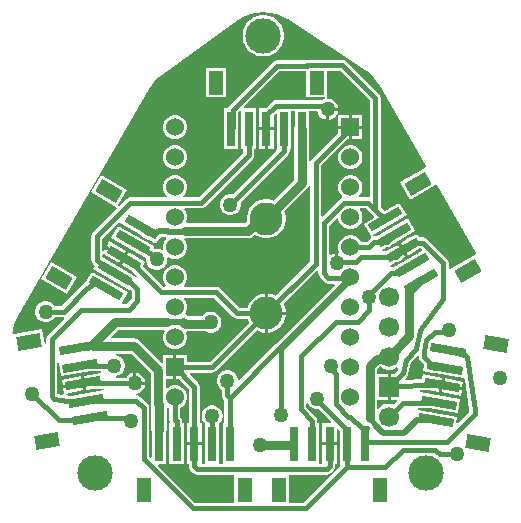
<source format=gbl>
G04*
G04 #@! TF.GenerationSoftware,Altium Limited,Altium Designer,21.6.4 (81)*
G04*
G04 Layer_Physical_Order=2*
G04 Layer_Color=16711680*
%FSLAX44Y44*%
%MOMM*%
G71*
G04*
G04 #@! TF.SameCoordinates,0AF61676-ECA7-40E5-9188-409EB156610F*
G04*
G04*
G04 #@! TF.FilePolarity,Positive*
G04*
G01*
G75*
%ADD11C,0.5080*%
%ADD17R,0.7112X2.9972*%
%ADD24C,1.2700*%
%ADD25R,1.1938X2.0066*%
%ADD26C,0.7620*%
%ADD27C,0.4064*%
%ADD28C,1.5240*%
%ADD29R,1.5240X1.5240*%
%ADD30C,2.8000*%
%ADD31C,1.7000*%
%ADD32R,1.7000X1.7000*%
%ADD33C,3.0000*%
G04:AMPARAMS|DCode=34|XSize=0.7112mm|YSize=2.9972mm|CornerRadius=0mm|HoleSize=0mm|Usage=FLASHONLY|Rotation=240.000|XOffset=0mm|YOffset=0mm|HoleType=Round|Shape=Rectangle|*
%AMROTATEDRECTD34*
4,1,4,-1.1200,1.0573,1.4756,-0.4413,1.1200,-1.0573,-1.4756,0.4413,-1.1200,1.0573,0.0*
%
%ADD34ROTATEDRECTD34*%

G04:AMPARAMS|DCode=35|XSize=2.0066mm|YSize=1.1938mm|CornerRadius=0mm|HoleSize=0mm|Usage=FLASHONLY|Rotation=150.000|XOffset=0mm|YOffset=0mm|HoleType=Round|Shape=Rectangle|*
%AMROTATEDRECTD35*
4,1,4,1.1673,0.0153,0.5704,-1.0186,-1.1673,-0.0153,-0.5704,1.0186,1.1673,0.0153,0.0*
%
%ADD35ROTATEDRECTD35*%

G04:AMPARAMS|DCode=36|XSize=0.7112mm|YSize=2.9972mm|CornerRadius=0mm|HoleSize=0mm|Usage=FLASHONLY|Rotation=280.000|XOffset=0mm|YOffset=0mm|HoleType=Round|Shape=Rectangle|*
%AMROTATEDRECTD36*
4,1,4,-1.5376,0.0900,1.4141,0.6104,1.5376,-0.0900,-1.4141,-0.6104,-1.5376,0.0900,0.0*
%
%ADD36ROTATEDRECTD36*%

G04:AMPARAMS|DCode=37|XSize=2.0066mm|YSize=1.1938mm|CornerRadius=0mm|HoleSize=0mm|Usage=FLASHONLY|Rotation=190.000|XOffset=0mm|YOffset=0mm|HoleType=Round|Shape=Rectangle|*
%AMROTATEDRECTD37*
4,1,4,0.8844,0.7621,1.0917,-0.4136,-0.8844,-0.7621,-1.0917,0.4136,0.8844,0.7621,0.0*
%
%ADD37ROTATEDRECTD37*%

G04:AMPARAMS|DCode=38|XSize=2.0066mm|YSize=1.1938mm|CornerRadius=0mm|HoleSize=0mm|Usage=FLASHONLY|Rotation=30.000|XOffset=0mm|YOffset=0mm|HoleType=Round|Shape=Rectangle|*
%AMROTATEDRECTD38*
4,1,4,-0.5704,-1.0186,-1.1673,0.0153,0.5704,1.0186,1.1673,-0.0153,-0.5704,-1.0186,0.0*
%
%ADD38ROTATEDRECTD38*%

G04:AMPARAMS|DCode=39|XSize=0.7112mm|YSize=2.9972mm|CornerRadius=0mm|HoleSize=0mm|Usage=FLASHONLY|Rotation=120.000|XOffset=0mm|YOffset=0mm|HoleType=Round|Shape=Rectangle|*
%AMROTATEDRECTD39*
4,1,4,1.4756,0.4413,-1.1200,-1.0573,-1.4756,-0.4413,1.1200,1.0573,1.4756,0.4413,0.0*
%
%ADD39ROTATEDRECTD39*%

G04:AMPARAMS|DCode=40|XSize=0.7112mm|YSize=2.9972mm|CornerRadius=0mm|HoleSize=0mm|Usage=FLASHONLY|Rotation=80.000|XOffset=0mm|YOffset=0mm|HoleType=Round|Shape=Rectangle|*
%AMROTATEDRECTD40*
4,1,4,1.4141,-0.6104,-1.5376,-0.0900,-1.4141,0.6104,1.5376,0.0900,1.4141,-0.6104,0.0*
%
%ADD40ROTATEDRECTD40*%

G04:AMPARAMS|DCode=41|XSize=2.0066mm|YSize=1.1938mm|CornerRadius=0mm|HoleSize=0mm|Usage=FLASHONLY|Rotation=350.000|XOffset=0mm|YOffset=0mm|HoleType=Round|Shape=Rectangle|*
%AMROTATEDRECTD41*
4,1,4,-1.0917,-0.4136,-0.8844,0.7621,1.0917,0.4136,0.8844,-0.7621,-1.0917,-0.4136,0.0*
%
%ADD41ROTATEDRECTD41*%

G36*
X839171Y1467897D02*
X855080D01*
X855247Y1466627D01*
X853819Y1466244D01*
X852578Y1465528D01*
X851865Y1465670D01*
X813308D01*
X811524Y1465315D01*
X810012Y1464304D01*
X804684Y1458976D01*
X799084D01*
Y1442720D01*
X805180D01*
X811276D01*
Y1452384D01*
X812910Y1454018D01*
X814084Y1453532D01*
Y1423924D01*
X814084Y1423924D01*
X814084D01*
X813701Y1422782D01*
X776759Y1385840D01*
X775870Y1386078D01*
X773530D01*
X771269Y1385472D01*
X769241Y1384302D01*
X767586Y1382647D01*
X766416Y1380619D01*
X765810Y1378358D01*
Y1376018D01*
X766416Y1373757D01*
X767586Y1371729D01*
X769241Y1370074D01*
X771269Y1368904D01*
X773530Y1368298D01*
X775870D01*
X778131Y1368904D01*
X780159Y1370074D01*
X781814Y1371729D01*
X782984Y1373757D01*
X783590Y1376018D01*
Y1378358D01*
X783352Y1379247D01*
X823476Y1419371D01*
X824486Y1420884D01*
X824841Y1422668D01*
Y1423924D01*
X826276D01*
Y1456346D01*
X829084D01*
Y1443352D01*
X828706Y1441450D01*
Y1397932D01*
X811365Y1380591D01*
X810005Y1381154D01*
X806809Y1381790D01*
X803551D01*
X800355Y1381154D01*
X797345Y1379908D01*
X794636Y1378097D01*
X792333Y1375794D01*
X790522Y1373085D01*
X789276Y1370075D01*
X788640Y1366879D01*
Y1363621D01*
X788680Y1363421D01*
X786823Y1361564D01*
X737953D01*
X737331Y1362834D01*
X737960Y1365182D01*
Y1367858D01*
X737268Y1370442D01*
X735930Y1372758D01*
X735811Y1372877D01*
X736297Y1374050D01*
X749794D01*
X751578Y1374405D01*
X753090Y1375416D01*
X793476Y1415802D01*
X794486Y1417314D01*
X794841Y1419098D01*
Y1423924D01*
X796276D01*
Y1458976D01*
X786508D01*
X786022Y1460149D01*
X816001Y1490128D01*
X839171D01*
Y1467897D01*
D02*
G37*
G36*
X892807Y1465340D02*
Y1384134D01*
X891826Y1383328D01*
X891598Y1383374D01*
X883918D01*
X883392Y1384644D01*
X884430Y1385682D01*
X885768Y1387998D01*
X886460Y1390582D01*
Y1393258D01*
X885768Y1395842D01*
X884430Y1398158D01*
X882538Y1400050D01*
X880222Y1401388D01*
X877638Y1402080D01*
X874962D01*
X872378Y1401388D01*
X870062Y1400050D01*
X868170Y1398158D01*
X866832Y1395842D01*
X866140Y1393258D01*
Y1390582D01*
X866832Y1387998D01*
X868170Y1385682D01*
X869521Y1384330D01*
X869490Y1383846D01*
X869215Y1382871D01*
X867924Y1382008D01*
X852925Y1367009D01*
X851752Y1367495D01*
Y1410309D01*
X874002Y1432560D01*
X875030D01*
Y1441450D01*
X866140D01*
Y1437882D01*
X843794Y1415536D01*
X842924Y1414235D01*
X841960Y1414332D01*
X841654Y1414446D01*
Y1441450D01*
X841276Y1443352D01*
Y1456346D01*
X848479D01*
X848966Y1454529D01*
X850136Y1452501D01*
X851791Y1450846D01*
X853819Y1449676D01*
X855980Y1449097D01*
Y1457960D01*
X857250D01*
Y1459230D01*
X866113D01*
X865534Y1461391D01*
X864364Y1463419D01*
X862709Y1465074D01*
X860681Y1466244D01*
X858420Y1466850D01*
X856727D01*
X856189Y1467897D01*
Y1490413D01*
X867734D01*
X892807Y1465340D01*
D02*
G37*
G36*
X894173Y1369545D02*
X894173Y1369545D01*
X896370Y1367348D01*
X896204Y1366089D01*
X887524Y1361077D01*
X893620Y1350518D01*
X893822Y1349362D01*
X893445Y1349109D01*
X890117Y1345782D01*
X885340D01*
X884430Y1347358D01*
X882538Y1349250D01*
X880222Y1350588D01*
X877638Y1351280D01*
X874962D01*
X872378Y1350588D01*
X870062Y1349250D01*
X868170Y1347358D01*
X866832Y1345042D01*
X866140Y1342458D01*
Y1339782D01*
X866800Y1337318D01*
X866399Y1336633D01*
X866066Y1336200D01*
X865886Y1336248D01*
Y1327385D01*
X863346D01*
Y1336248D01*
X861185Y1335669D01*
X859626Y1334769D01*
X858356Y1335381D01*
Y1359255D01*
X864967Y1365866D01*
X866140Y1365380D01*
Y1365182D01*
X866832Y1362598D01*
X868170Y1360282D01*
X870062Y1358390D01*
X872378Y1357052D01*
X874962Y1356360D01*
X877638D01*
X880222Y1357052D01*
X882538Y1358390D01*
X884430Y1360282D01*
X885768Y1362598D01*
X886460Y1365182D01*
Y1367858D01*
X885768Y1370442D01*
X884430Y1372758D01*
X884311Y1372877D01*
X884797Y1374050D01*
X889668D01*
X894173Y1369545D01*
D02*
G37*
G36*
X842428Y1392632D02*
Y1329091D01*
X813153Y1299815D01*
X813015Y1299908D01*
X810005Y1301154D01*
X806809Y1301790D01*
X806450D01*
Y1286520D01*
X821720D01*
Y1286879D01*
X821084Y1290075D01*
X819838Y1293085D01*
X819745Y1293223D01*
X847859Y1321337D01*
X849032Y1320851D01*
Y1319070D01*
X849387Y1317286D01*
X850398Y1315774D01*
X854510Y1311662D01*
X856022Y1310651D01*
X857806Y1310296D01*
X862625D01*
X863111Y1309123D01*
X860892Y1306905D01*
X860892Y1306905D01*
X813487Y1259500D01*
X813487Y1259500D01*
X782223Y1228236D01*
X781050Y1228722D01*
Y1229260D01*
X780444Y1231521D01*
X779274Y1233549D01*
X777619Y1235204D01*
X775591Y1236374D01*
X773330Y1236980D01*
X770990D01*
X768729Y1236374D01*
X766701Y1235204D01*
X765046Y1233549D01*
X763876Y1231521D01*
X763270Y1229260D01*
Y1226920D01*
X763876Y1224659D01*
X765046Y1222631D01*
X766701Y1220976D01*
X767554Y1220484D01*
Y1215644D01*
X767909Y1213860D01*
X768920Y1212348D01*
X769558Y1211709D01*
Y1192276D01*
X768124D01*
Y1157822D01*
X765316D01*
Y1191737D01*
X766333Y1192755D01*
X767504Y1194782D01*
X768110Y1197043D01*
Y1199384D01*
X767504Y1201645D01*
X766333Y1203672D01*
X764678Y1205327D01*
X762651Y1206498D01*
X760390Y1207104D01*
X758049D01*
X755788Y1206498D01*
X753761Y1205327D01*
X752106Y1203672D01*
X750936Y1201645D01*
X750330Y1199384D01*
Y1197043D01*
X750936Y1194782D01*
X752106Y1192755D01*
X753124Y1191737D01*
Y1157822D01*
X750316D01*
Y1173480D01*
X738124D01*
Y1157224D01*
X739558D01*
Y1155541D01*
X739913Y1153757D01*
X740924Y1152244D01*
X743304Y1149864D01*
X744817Y1148853D01*
X746601Y1148498D01*
X777022D01*
X778211Y1148303D01*
Y1124802D01*
X745135D01*
X713886Y1156051D01*
X714372Y1157224D01*
X720316D01*
Y1184278D01*
X720695Y1186180D01*
Y1205192D01*
X721964Y1205757D01*
X723138Y1205080D01*
Y1194966D01*
X723421Y1193546D01*
X723424Y1193439D01*
X723124Y1192276D01*
X723124D01*
Y1157224D01*
X735316D01*
Y1192276D01*
X733881D01*
Y1193546D01*
X733527Y1195330D01*
X732516Y1196842D01*
X732461Y1196897D01*
Y1205080D01*
X734038Y1205990D01*
X735930Y1207882D01*
X737268Y1210198D01*
X737960Y1212782D01*
Y1215458D01*
X737268Y1218042D01*
X735930Y1220358D01*
X734038Y1222250D01*
X731721Y1223588D01*
X729137Y1224280D01*
X726462D01*
X723878Y1223588D01*
X721562Y1222250D01*
X721478Y1222166D01*
X720304Y1222652D01*
Y1229360D01*
X726530D01*
Y1239520D01*
Y1249680D01*
X717640D01*
Y1243896D01*
X716467Y1243410D01*
X697998Y1261878D01*
X695898Y1263282D01*
X693420Y1263774D01*
X673880D01*
X673394Y1264948D01*
X679592Y1271146D01*
X718392D01*
X719027Y1270046D01*
X718332Y1268842D01*
X717640Y1266258D01*
Y1263582D01*
X718332Y1260998D01*
X719670Y1258682D01*
X721562Y1256790D01*
X723878Y1255452D01*
X726462Y1254760D01*
X729137D01*
X731721Y1255452D01*
X734038Y1256790D01*
X735930Y1258682D01*
X737268Y1260998D01*
X737960Y1263582D01*
Y1266258D01*
X737331Y1268606D01*
X737953Y1269876D01*
X753824D01*
X754759Y1269336D01*
X757020Y1268730D01*
X759360D01*
X761621Y1269336D01*
X763649Y1270506D01*
X765304Y1272161D01*
X766474Y1274189D01*
X767080Y1276450D01*
Y1278790D01*
X766474Y1281051D01*
X765304Y1283079D01*
X763649Y1284734D01*
X761621Y1285904D01*
X759360Y1286510D01*
X757020D01*
X754759Y1285904D01*
X752731Y1284734D01*
X751076Y1283079D01*
X750929Y1282824D01*
X738497D01*
X737334Y1283602D01*
X737141Y1283640D01*
X736497Y1285063D01*
X737268Y1286398D01*
X737960Y1288982D01*
Y1291658D01*
X737268Y1294242D01*
X735930Y1296558D01*
X735303Y1297185D01*
X735789Y1298358D01*
X760333D01*
X776738Y1281954D01*
X778250Y1280943D01*
X780034Y1280589D01*
X789243D01*
X789276Y1280426D01*
X790522Y1277415D01*
X790615Y1277277D01*
X757519Y1244182D01*
X737960D01*
Y1249680D01*
X729070D01*
Y1239520D01*
Y1229360D01*
X731367D01*
X739558Y1221169D01*
Y1192276D01*
X738124D01*
Y1176020D01*
X750316D01*
Y1192276D01*
X748882D01*
Y1223100D01*
X748527Y1224884D01*
X747516Y1226396D01*
X740227Y1233685D01*
X740713Y1234858D01*
X759450D01*
X761234Y1235213D01*
X762746Y1236224D01*
X797207Y1270685D01*
X797345Y1270593D01*
X800355Y1269346D01*
X803551Y1268710D01*
X803910D01*
Y1285250D01*
Y1301790D01*
X803551D01*
X800355Y1301154D01*
X797345Y1299908D01*
X794636Y1298098D01*
X792333Y1295794D01*
X790522Y1293085D01*
X789276Y1290075D01*
X789243Y1289912D01*
X781965D01*
X765560Y1306316D01*
X764048Y1307327D01*
X762264Y1307682D01*
X735789D01*
X735303Y1308855D01*
X735930Y1309482D01*
X737268Y1311798D01*
X737960Y1314382D01*
Y1317058D01*
X737268Y1319642D01*
X735930Y1321958D01*
X734038Y1323850D01*
X731721Y1325188D01*
X729137Y1325880D01*
X726462D01*
X723878Y1325188D01*
X721562Y1323850D01*
X719670Y1321958D01*
X718332Y1319642D01*
X717640Y1317058D01*
Y1314382D01*
X718332Y1311798D01*
X719670Y1309482D01*
X720297Y1308855D01*
X719811Y1307682D01*
X718211D01*
X700703Y1325190D01*
X702612Y1328496D01*
X703913Y1328546D01*
X704186Y1327529D01*
X705356Y1325501D01*
X707011Y1323846D01*
X709039Y1322676D01*
X711300Y1322070D01*
X713640D01*
X715901Y1322676D01*
X717929Y1323846D01*
X719584Y1325501D01*
X720754Y1327529D01*
X721360Y1329790D01*
Y1331640D01*
X722365Y1332354D01*
X722579Y1332402D01*
X723878Y1331652D01*
X726462Y1330960D01*
X729137D01*
X731721Y1331652D01*
X734038Y1332990D01*
X735930Y1334882D01*
X737268Y1337198D01*
X737960Y1339782D01*
Y1342458D01*
X737268Y1345042D01*
X735930Y1347358D01*
X735841Y1347447D01*
X735846Y1347543D01*
X736436Y1348648D01*
X736600Y1348616D01*
X789505D01*
X791983Y1349108D01*
X794083Y1350512D01*
X795438Y1351867D01*
X797345Y1350592D01*
X800355Y1349346D01*
X803551Y1348710D01*
X806809D01*
X810005Y1349346D01*
X813015Y1350592D01*
X815724Y1352403D01*
X818027Y1354706D01*
X819838Y1357415D01*
X821084Y1360425D01*
X821720Y1363621D01*
Y1366879D01*
X821084Y1370075D01*
X820521Y1371435D01*
X839758Y1390672D01*
X841161Y1392772D01*
X842428Y1392632D01*
D02*
G37*
G36*
X681304Y1361694D02*
X681304Y1361694D01*
X698854Y1351562D01*
X701333Y1349083D01*
X703014Y1347960D01*
X704996Y1347566D01*
X705776D01*
X711660Y1344168D01*
X713925Y1348091D01*
X715409Y1349083D01*
X716237Y1349910D01*
X719247D01*
X719954Y1349438D01*
X720218Y1347906D01*
X719670Y1347358D01*
X718332Y1345042D01*
X717640Y1342458D01*
Y1339782D01*
X717664Y1339693D01*
X716573Y1338856D01*
X715901Y1339244D01*
X713640Y1339850D01*
X711300D01*
X710512Y1339639D01*
X709675Y1340729D01*
X710256Y1341736D01*
X679900Y1359262D01*
X673804Y1348704D01*
X703580Y1331513D01*
Y1329790D01*
X703658Y1329498D01*
X702506Y1328891D01*
X688678Y1336874D01*
X685630Y1331595D01*
X682582Y1326316D01*
X691596Y1321111D01*
X695798Y1316909D01*
X695018Y1315893D01*
X666332Y1332455D01*
Y1334428D01*
X667431Y1335063D01*
X680382Y1327586D01*
X682795Y1331765D01*
X668717Y1339893D01*
X667558Y1337886D01*
X666332Y1338215D01*
Y1348333D01*
X680392Y1362394D01*
X681304Y1361694D01*
D02*
G37*
G36*
X808553Y1539691D02*
X814257Y1538322D01*
X819677Y1536077D01*
X823031Y1534021D01*
X823031Y1534021D01*
X823031Y1534021D01*
X823117Y1534040D01*
X888540Y1491493D01*
X888540Y1491492D01*
X888506Y1491440D01*
X890154Y1490430D01*
X894615Y1486620D01*
X898425Y1482160D01*
X900467Y1478827D01*
X900522Y1478858D01*
X940525Y1409572D01*
X939717Y1408430D01*
X918149Y1395978D01*
X926658Y1381240D01*
X948226Y1393692D01*
X948436Y1393813D01*
X949618Y1393821D01*
X983024Y1335960D01*
X982217Y1334819D01*
X961010Y1322575D01*
X959740Y1323109D01*
Y1327369D01*
X959385Y1329153D01*
X958375Y1330665D01*
X941023Y1348017D01*
X939510Y1349027D01*
X937727Y1349382D01*
X934751D01*
X932880Y1352622D01*
X927268Y1349382D01*
X926891D01*
X925107Y1349027D01*
X923594Y1348017D01*
X921807Y1346229D01*
X918802Y1344494D01*
X921850Y1339215D01*
X924898Y1333936D01*
X935504Y1340059D01*
X935796D01*
X937007Y1338848D01*
X936841Y1337589D01*
X913637Y1324192D01*
X911153D01*
X910249Y1324012D01*
X909795Y1325216D01*
X914969Y1328203D01*
X915035D01*
X916819Y1328558D01*
X918331Y1329569D01*
X919693Y1330931D01*
X922698Y1332666D01*
X919650Y1337945D01*
X916602Y1343224D01*
X906733Y1337527D01*
X903657D01*
X903317Y1338797D01*
X907396Y1341152D01*
X907493D01*
X909277Y1341507D01*
X910789Y1342517D01*
X912193Y1343921D01*
X931476Y1355054D01*
X925380Y1365613D01*
X899160Y1350475D01*
X896741D01*
X895739Y1350276D01*
X895286Y1351480D01*
X923976Y1368044D01*
X917880Y1378603D01*
X905467Y1371436D01*
X902131Y1374772D01*
Y1467271D01*
X901776Y1469055D01*
X900765Y1470567D01*
X872961Y1498371D01*
X871449Y1499382D01*
X869665Y1499736D01*
X839817D01*
X838384Y1499452D01*
X814070D01*
X812286Y1499097D01*
X810774Y1498086D01*
X773408Y1460720D01*
X772397Y1459208D01*
X772351Y1458976D01*
X769084D01*
Y1423924D01*
X781276D01*
Y1442524D01*
X781366Y1442974D01*
Y1455493D01*
X782910Y1457038D01*
X784084Y1456552D01*
Y1423924D01*
X785518D01*
Y1421029D01*
X747863Y1383374D01*
X735418D01*
X734892Y1384644D01*
X735930Y1385682D01*
X737268Y1387998D01*
X737960Y1390582D01*
Y1393258D01*
X737268Y1395842D01*
X735930Y1398158D01*
X734038Y1400050D01*
X731721Y1401388D01*
X729137Y1402080D01*
X726462D01*
X723878Y1401388D01*
X721562Y1400050D01*
X719670Y1398158D01*
X718332Y1395842D01*
X717640Y1393258D01*
Y1390582D01*
X718332Y1387998D01*
X719670Y1385682D01*
X720708Y1384644D01*
X720182Y1383374D01*
X690118D01*
X688334Y1383019D01*
X686822Y1382008D01*
X680614Y1375800D01*
X679598Y1376580D01*
X687131Y1389628D01*
X665354Y1402201D01*
X656845Y1387463D01*
X678169Y1375152D01*
X678532Y1373719D01*
X658374Y1353560D01*
X657363Y1352048D01*
X657008Y1350264D01*
Y1330161D01*
X657363Y1328377D01*
X658374Y1326864D01*
X660163Y1325076D01*
X658804Y1322723D01*
X689160Y1305197D01*
X689160Y1305197D01*
X689664Y1305264D01*
X691044Y1303883D01*
Y1297331D01*
X686663Y1292950D01*
X683359D01*
X682724Y1294049D01*
X687756Y1302766D01*
X657400Y1320292D01*
X651792Y1310577D01*
X651685Y1310556D01*
X650173Y1309546D01*
X631799Y1291172D01*
X626064D01*
X625604Y1291969D01*
X623949Y1293624D01*
X621921Y1294794D01*
X619660Y1295400D01*
X617320D01*
X615059Y1294794D01*
X613031Y1293624D01*
X611376Y1291969D01*
X610206Y1289941D01*
X609600Y1287680D01*
Y1285340D01*
X610206Y1283079D01*
X611376Y1281051D01*
X613031Y1279396D01*
X615059Y1278226D01*
X617320Y1277620D01*
X619660D01*
X621921Y1278226D01*
X623949Y1279396D01*
X625604Y1281051D01*
X626064Y1281848D01*
X633489D01*
X633883Y1281270D01*
X634054Y1280618D01*
X620274Y1266837D01*
X619263Y1265325D01*
X618908Y1263541D01*
Y1259087D01*
X617638Y1258976D01*
X615402Y1271659D01*
X591401Y1267427D01*
X590205Y1268408D01*
X590332Y1270029D01*
X591702Y1275733D01*
X593947Y1281153D01*
X594969Y1282822D01*
X594969Y1282822D01*
X594946Y1282908D01*
X706093Y1475421D01*
X706093Y1475421D01*
X706148Y1475389D01*
X708191Y1478722D01*
X712001Y1483183D01*
X716461Y1486993D01*
X716551Y1487048D01*
X716694Y1487112D01*
X780963Y1533131D01*
X781013Y1533185D01*
X785732Y1536077D01*
X791152Y1538322D01*
X796856Y1539691D01*
X802704Y1540151D01*
X808553Y1539691D01*
D02*
G37*
G36*
X934370Y1248698D02*
Y1247909D01*
X934725Y1246125D01*
X935735Y1244612D01*
X938709Y1241638D01*
X938769Y1241340D01*
X938937Y1241088D01*
X938056Y1236092D01*
X945246Y1234824D01*
X945364Y1234745D01*
X947148Y1234391D01*
X947706D01*
X972576Y1230005D01*
X972576Y1230005D01*
X972576Y1230005D01*
X973412Y1229181D01*
X977128Y1203013D01*
Y1201907D01*
X967079Y1191858D01*
X965953Y1192444D01*
X966879Y1197696D01*
X933529Y1203576D01*
X933640Y1204846D01*
X942496D01*
X967366Y1200461D01*
X969483Y1212468D01*
X935425Y1218473D01*
X935502Y1219749D01*
X942203Y1220110D01*
X942352Y1220103D01*
X951461Y1218497D01*
X952519Y1224501D01*
X953578Y1230504D01*
X937569Y1233327D01*
X936834Y1229157D01*
X922993Y1228413D01*
X922476Y1229573D01*
X924227Y1231324D01*
X924469Y1231686D01*
X924780Y1231991D01*
X924969Y1232435D01*
X925237Y1232837D01*
X925322Y1233264D01*
X925493Y1233664D01*
X927568Y1243555D01*
X933196Y1249184D01*
X934370Y1248698D01*
D02*
G37*
G36*
X631499Y1231743D02*
X656368Y1236128D01*
X665226D01*
X665337Y1234858D01*
X650497Y1232242D01*
X651556Y1226238D01*
X652614Y1220235D01*
X658973Y1221356D01*
X667830D01*
X667941Y1220086D01*
X639957Y1215152D01*
X635240Y1215882D01*
X635227Y1217169D01*
X650113Y1219794D01*
X649275Y1224547D01*
X633266Y1221724D01*
X634036Y1217353D01*
X633206Y1216197D01*
X628232Y1216967D01*
Y1242959D01*
X629502Y1243070D01*
X631499Y1231743D01*
D02*
G37*
G36*
X902541Y1239576D02*
X905059Y1238122D01*
X907867Y1237370D01*
X910773D01*
X913581Y1238122D01*
X915883Y1239451D01*
X917067Y1238911D01*
X916653Y1236936D01*
X913767Y1234050D01*
X910590D01*
Y1223010D01*
Y1211970D01*
X915428D01*
X915914Y1210797D01*
X913135Y1208017D01*
X910773Y1208650D01*
X907867D01*
X905059Y1207898D01*
X902541Y1206444D01*
X900554Y1204457D01*
X900100Y1204492D01*
X899284Y1204711D01*
Y1211970D01*
X908050D01*
Y1223010D01*
Y1234050D01*
X899284D01*
Y1238108D01*
X901238Y1240062D01*
X902055D01*
X902541Y1239576D01*
D02*
G37*
G36*
X707355Y1234208D02*
Y1208333D01*
X707746Y1206372D01*
Y1186180D01*
X708124Y1184278D01*
Y1163472D01*
X706951Y1162986D01*
X705956Y1163981D01*
Y1204843D01*
X705601Y1206627D01*
X704590Y1208140D01*
X698188Y1214542D01*
X696676Y1215553D01*
X695112Y1215863D01*
X695098Y1217128D01*
X697359Y1217734D01*
X699387Y1218904D01*
X701042Y1220559D01*
X702212Y1222587D01*
X702791Y1224748D01*
X693928D01*
Y1226018D01*
X692658D01*
Y1234881D01*
X690497Y1234302D01*
X688469Y1233132D01*
X686814Y1231477D01*
X686354Y1230679D01*
X677924D01*
X677757Y1231949D01*
X679833Y1232506D01*
X681861Y1233676D01*
X683516Y1235331D01*
X684686Y1237359D01*
X685292Y1239620D01*
Y1241960D01*
X684686Y1244221D01*
X683516Y1246249D01*
X681861Y1247904D01*
X679833Y1249074D01*
X678037Y1249556D01*
X678204Y1250826D01*
X690738D01*
X707355Y1234208D01*
D02*
G37*
G36*
X841246Y1207391D02*
X842901Y1205736D01*
X844929Y1204566D01*
X847190Y1203960D01*
X849388D01*
X859898Y1193449D01*
X859412Y1192276D01*
X852664D01*
Y1176020D01*
X864856D01*
Y1186832D01*
X866030Y1187318D01*
X867664Y1185684D01*
Y1157224D01*
X867664D01*
X867930Y1155954D01*
X836777Y1124802D01*
X824769D01*
Y1148303D01*
X825958Y1148498D01*
X856380D01*
X858164Y1148853D01*
X859676Y1149864D01*
X862057Y1152244D01*
X863067Y1153757D01*
X863422Y1155541D01*
Y1157224D01*
X864856D01*
Y1173480D01*
X852664D01*
Y1157822D01*
X849856D01*
Y1192276D01*
X848422D01*
Y1194308D01*
X848067Y1196092D01*
X847056Y1197604D01*
X839052Y1205609D01*
Y1208653D01*
X840322Y1208993D01*
X841246Y1207391D01*
D02*
G37*
%LPC*%
G36*
X811276Y1440180D02*
X806450D01*
Y1423924D01*
X811276D01*
Y1440180D01*
D02*
G37*
G36*
X803910D02*
X799084D01*
Y1423924D01*
X803910D01*
Y1440180D01*
D02*
G37*
G36*
X866113Y1456690D02*
X858520D01*
Y1449097D01*
X860681Y1449676D01*
X862709Y1450846D01*
X864364Y1452501D01*
X865534Y1454529D01*
X866113Y1456690D01*
D02*
G37*
G36*
X886460Y1452880D02*
X877570D01*
Y1443990D01*
X886460D01*
Y1452880D01*
D02*
G37*
G36*
X875030D02*
X866140D01*
Y1443990D01*
X875030D01*
Y1452880D01*
D02*
G37*
G36*
X886460Y1441450D02*
X877570D01*
Y1432560D01*
X886460D01*
Y1441450D01*
D02*
G37*
G36*
X877638Y1427480D02*
X874962D01*
X872378Y1426788D01*
X870062Y1425450D01*
X868170Y1423558D01*
X866832Y1421242D01*
X866140Y1418658D01*
Y1415982D01*
X866832Y1413398D01*
X868170Y1411082D01*
X870062Y1409190D01*
X872378Y1407852D01*
X874962Y1407160D01*
X877638D01*
X880222Y1407852D01*
X882538Y1409190D01*
X884430Y1411082D01*
X885768Y1413398D01*
X886460Y1415982D01*
Y1418658D01*
X885768Y1421242D01*
X884430Y1423558D01*
X882538Y1425450D01*
X880222Y1426788D01*
X877638Y1427480D01*
D02*
G37*
G36*
X821720Y1283980D02*
X806450D01*
Y1268710D01*
X806809D01*
X810005Y1269346D01*
X813015Y1270593D01*
X815724Y1272403D01*
X818027Y1274706D01*
X819838Y1277415D01*
X821084Y1280426D01*
X821720Y1283621D01*
Y1283980D01*
D02*
G37*
G36*
X672400Y1346272D02*
X669987Y1342093D01*
X684065Y1333965D01*
X686478Y1338144D01*
X672400Y1346272D01*
D02*
G37*
G36*
X804368Y1537730D02*
X800912D01*
X797524Y1537056D01*
X794332Y1535734D01*
X791459Y1533814D01*
X789016Y1531371D01*
X787096Y1528498D01*
X785774Y1525306D01*
X785100Y1521918D01*
Y1518463D01*
X785774Y1515074D01*
X787096Y1511882D01*
X789016Y1509009D01*
X791459Y1506566D01*
X794332Y1504646D01*
X797524Y1503324D01*
X800912Y1502650D01*
X804368D01*
X807756Y1503324D01*
X810948Y1504646D01*
X813821Y1506566D01*
X816264Y1509009D01*
X818184Y1511882D01*
X819506Y1515074D01*
X820180Y1518463D01*
Y1521918D01*
X819506Y1525306D01*
X818184Y1528498D01*
X816264Y1531371D01*
X813821Y1533814D01*
X810948Y1535734D01*
X807756Y1537056D01*
X804368Y1537730D01*
D02*
G37*
G36*
X771189Y1493043D02*
X754171D01*
Y1467897D01*
X771189D01*
Y1493043D01*
D02*
G37*
G36*
X729137Y1452880D02*
X726462D01*
X723878Y1452188D01*
X721562Y1450850D01*
X719670Y1448958D01*
X718332Y1446642D01*
X717640Y1444058D01*
Y1441382D01*
X718332Y1438798D01*
X719670Y1436482D01*
X721562Y1434590D01*
X723878Y1433252D01*
X726462Y1432560D01*
X729137D01*
X731721Y1433252D01*
X734038Y1434590D01*
X735930Y1436482D01*
X737268Y1438798D01*
X737960Y1441382D01*
Y1444058D01*
X737268Y1446642D01*
X735930Y1448958D01*
X734038Y1450850D01*
X731721Y1452188D01*
X729137Y1452880D01*
D02*
G37*
G36*
Y1427480D02*
X726462D01*
X723878Y1426788D01*
X721562Y1425450D01*
X719670Y1423558D01*
X718332Y1421242D01*
X717640Y1418658D01*
Y1415982D01*
X718332Y1413398D01*
X719670Y1411082D01*
X721562Y1409190D01*
X723878Y1407852D01*
X726462Y1407160D01*
X729137D01*
X731721Y1407852D01*
X734038Y1409190D01*
X735930Y1411082D01*
X737268Y1413398D01*
X737960Y1415982D01*
Y1418658D01*
X737268Y1421242D01*
X735930Y1423558D01*
X734038Y1425450D01*
X731721Y1426788D01*
X729137Y1427480D01*
D02*
G37*
G36*
X622854Y1328589D02*
X614345Y1313851D01*
X636122Y1301278D01*
X644631Y1316016D01*
X622854Y1328589D01*
D02*
G37*
G36*
X956079Y1230063D02*
X955241Y1225310D01*
X971250Y1222487D01*
X972088Y1227240D01*
X956079Y1230063D01*
D02*
G37*
G36*
X954800Y1222809D02*
X953962Y1218056D01*
X969971Y1215233D01*
X970809Y1219986D01*
X954800Y1222809D01*
D02*
G37*
G36*
X647996Y1231801D02*
X631987Y1228978D01*
X632825Y1224225D01*
X648834Y1227048D01*
X647996Y1231801D01*
D02*
G37*
G36*
X695198Y1234881D02*
Y1227288D01*
X702791D01*
X702212Y1229449D01*
X701042Y1231477D01*
X699387Y1233132D01*
X697359Y1234302D01*
X695198Y1234881D01*
D02*
G37*
%LPD*%
D11*
X714220Y1174750D02*
Y1186180D01*
X722539Y1277620D02*
X722540Y1277620D01*
X720743Y1277620D02*
X722539D01*
X755722Y1276350D02*
X756992Y1277620D01*
X758190D01*
X722540Y1277620D02*
X734856D01*
X722539Y1353820D02*
X735330D01*
X736600Y1355090D01*
X721269D02*
X722539Y1353820D01*
X714091Y1355090D02*
X721269D01*
X904190Y1183535D02*
X921915D01*
X897357Y1190368D02*
X904190Y1183535D01*
X921915D02*
X933058Y1194678D01*
X711747Y1352745D02*
X714091Y1355090D01*
X699530Y1358211D02*
X704996Y1352745D01*
X711747D01*
X799634Y1365250D02*
X805180D01*
X645096Y1255562D02*
X646833Y1257300D01*
X656060D01*
X933058Y1194678D02*
X948502D01*
D17*
X775180Y1441450D02*
D03*
X790180D02*
D03*
X805180D02*
D03*
X820180D02*
D03*
X835180D02*
D03*
X774220Y1174750D02*
D03*
X759220D02*
D03*
X744220D02*
D03*
X729220D02*
D03*
X714220D02*
D03*
X888760D02*
D03*
X873760D02*
D03*
X858760D02*
D03*
X843760D02*
D03*
X828760D02*
D03*
D24*
X758190Y1277620D02*
D03*
X864616Y1327385D02*
D03*
X848360Y1212850D02*
D03*
X966470Y1165860D02*
D03*
X960120Y1271270D02*
D03*
X1003300Y1230630D02*
D03*
X772160Y1228090D02*
D03*
X618490Y1286510D02*
D03*
X607060Y1216660D02*
D03*
X857250Y1457960D02*
D03*
X800100Y1173480D02*
D03*
X759220Y1198214D02*
D03*
X712470Y1330960D02*
D03*
X693928Y1226018D02*
D03*
X859790Y1240282D02*
D03*
X690372Y1193800D02*
D03*
X817880Y1198626D02*
D03*
X891794Y1299210D02*
D03*
X676402Y1240790D02*
D03*
X774700Y1377188D02*
D03*
D25*
X762680Y1480470D02*
D03*
X847680D02*
D03*
X786720Y1135730D02*
D03*
X701720D02*
D03*
X901260D02*
D03*
X816260D02*
D03*
D26*
X713830Y1208333D02*
X714220Y1207943D01*
Y1186180D02*
Y1207943D01*
X693420Y1257300D02*
X713830Y1236890D01*
Y1208333D02*
Y1236890D01*
X658395Y1257300D02*
X693420D01*
X676910Y1277620D02*
X720743D01*
X720743Y1277620D01*
X658416Y1259126D02*
X676910Y1277620D01*
X736126Y1276350D02*
X755722D01*
X734856Y1277620D02*
X736126Y1276350D01*
X736600Y1355090D02*
X789505D01*
X799634Y1365219D01*
Y1365250D01*
X835180Y1395250D02*
Y1441450D01*
X805180Y1365250D02*
X835180Y1395250D01*
X926229Y1297746D02*
Y1304059D01*
X911910Y1251000D02*
X924651Y1264251D01*
X925882Y1265947D02*
X926229Y1297746D01*
X924651Y1264251D02*
X925882Y1265947D01*
X909320Y1248410D02*
X911910Y1251000D01*
X907446Y1246536D02*
X909320Y1248410D01*
X892810Y1196086D02*
Y1240790D01*
X898556Y1246536D02*
X907446D01*
X892810Y1240790D02*
X898556Y1246536D01*
X800100Y1173480D02*
X827490D01*
X926229Y1304059D02*
X934770Y1312599D01*
D27*
X870712Y1435862D02*
Y1437132D01*
X847090Y1327160D02*
Y1412240D01*
X870712Y1437132D02*
X876300Y1442720D01*
X847090Y1412240D02*
X870712Y1435862D01*
X817880Y1255107D02*
X865285Y1302512D01*
X876300Y1313527D01*
X891598Y1378712D02*
X897469Y1372841D01*
X853694Y1361186D02*
X871220Y1378712D01*
X853694Y1319070D02*
X857806Y1314958D01*
X805180Y1285250D02*
X847090Y1327160D01*
X866159Y1328928D02*
X881350D01*
X853694Y1319070D02*
Y1361186D01*
X864616Y1327385D02*
X866159Y1328928D01*
X897469Y1372841D02*
X905750Y1364561D01*
X926891Y1344721D02*
X937727D01*
X955079Y1327369D01*
X915035Y1332865D02*
X926891Y1344721D01*
X955079Y1297328D02*
Y1327369D01*
X925770Y1265415D02*
X925882Y1265947D01*
X935510Y1271020D02*
X955079Y1297328D01*
X935327Y1270146D02*
X935510Y1271020D01*
X932327Y1255843D02*
X935327Y1270146D01*
X943075Y1243124D02*
X947148Y1239052D01*
X939031Y1247909D02*
X943075Y1243865D01*
X947148Y1239052D02*
X956375D01*
X939031Y1247909D02*
Y1253325D01*
X943075Y1243124D02*
Y1243865D01*
X939031Y1253325D02*
X940586Y1262142D01*
X948062Y1269618D01*
X892810Y1195708D02*
X897357Y1191161D01*
Y1190368D02*
Y1191161D01*
X892810Y1195708D02*
Y1196086D01*
X886206Y1187704D02*
X890270D01*
X876300Y1197610D02*
X886206Y1187704D01*
X874538Y1197610D02*
X876300D01*
X864108Y1208040D02*
X874538Y1197610D01*
X864108Y1208040D02*
Y1233627D01*
X873760Y1155192D02*
Y1186180D01*
X890270Y1187704D02*
X890277Y1187697D01*
X859790Y1237945D02*
Y1240282D01*
X848360Y1211580D02*
Y1212850D01*
Y1211580D02*
X873760Y1186180D01*
X859790Y1237945D02*
X864108Y1233627D01*
X834390Y1203678D02*
X843760Y1194308D01*
X834390Y1203678D02*
Y1248549D01*
X863969Y1278128D01*
X843760Y1174750D02*
Y1194308D01*
X863969Y1278128D02*
X882650D01*
X864189Y1303609D02*
X875203Y1314624D01*
X876300Y1313527D02*
Y1315720D01*
X871220Y1378712D02*
X891598D01*
X651093Y1209916D02*
X652332Y1210823D01*
X648380Y1209131D02*
X650021D01*
X624760Y1213581D02*
X625700Y1212641D01*
X650021Y1209131D02*
X651093Y1209916D01*
X625700Y1212641D02*
X648380Y1209131D01*
X623570Y1214771D02*
Y1263541D01*
Y1214771D02*
X624760Y1213581D01*
X652332Y1210823D02*
X652909Y1211246D01*
X881350Y1328928D02*
X885287Y1332865D01*
X892112Y1299210D02*
Y1300488D01*
X911153Y1319530D01*
X918210D02*
X921569Y1322889D01*
X911153Y1319530D02*
X918210D01*
X909320Y1223010D02*
X920931Y1234621D01*
X923290Y1245870D01*
X932079Y1254659D01*
X932327Y1255843D01*
X934770Y1312599D02*
X935750D01*
X951819Y1165860D02*
X966470D01*
X948009Y1169670D02*
X951819Y1165860D01*
X920496Y1169670D02*
X948009D01*
X888760Y1176274D02*
X958088D01*
X981790Y1199976D01*
Y1203342D01*
X888760Y1174750D02*
Y1176274D01*
X981749Y1203627D02*
X981790Y1203342D01*
X948062Y1269618D02*
X958468D01*
X960120Y1271270D01*
X958979Y1253824D02*
X971471Y1250074D01*
X973809Y1249372D02*
X975489Y1247692D01*
X975493Y1247686D01*
X981749Y1203627D01*
X971471Y1250074D02*
X973809Y1249372D01*
X690118Y1378712D02*
X749794D01*
X661670Y1350264D02*
X690118Y1378712D01*
X665712Y1310067D02*
X669530Y1306249D01*
X658243Y1310067D02*
X665712D01*
X633730Y1286510D02*
X653469Y1306249D01*
X654425D02*
X658243Y1310067D01*
X653469Y1306249D02*
X654425D01*
X618490Y1286510D02*
X633730D01*
X623570Y1263541D02*
X648317Y1288288D01*
X688594D01*
X857806Y1314958D02*
X875538D01*
X816784Y1256204D02*
X864189Y1303609D01*
X875538Y1314958D02*
X876300Y1315720D01*
X885287Y1332865D02*
X915035D01*
X774220Y1213640D02*
X816784Y1256204D01*
X772216Y1215644D02*
Y1228034D01*
X772160Y1228090D02*
X772216Y1228034D01*
Y1215644D02*
X774220Y1213640D01*
X607060Y1216660D02*
X629231Y1194489D01*
X653530D02*
X655515Y1196474D01*
X629231Y1194489D02*
X653530D01*
X646833Y1255562D02*
X654322D01*
X656060Y1257300D01*
X688340Y1313180D02*
X695706Y1305814D01*
X661670Y1330161D02*
X665923Y1325908D01*
X661670Y1330161D02*
Y1350264D01*
X665923Y1325908D02*
X677030Y1319239D01*
X695706Y1295400D02*
Y1305814D01*
X701176Y1341256D02*
X711472Y1330960D01*
X712470D01*
X851865Y1461008D02*
X854913Y1457960D01*
X857250D01*
X813308Y1461008D02*
X851865D01*
X805180Y1441450D02*
Y1452880D01*
X813308Y1461008D01*
X814070Y1494790D02*
X839532D01*
X775180Y1441450D02*
X776704Y1442974D01*
Y1457424D01*
X814070Y1494790D01*
X827490Y1173480D02*
X828760Y1174750D01*
X701294Y1162050D02*
X743204Y1120140D01*
X838708D02*
X873760Y1155192D01*
X743204Y1120140D02*
X838708D01*
X858760Y1155541D02*
Y1174750D01*
X746601Y1153160D02*
X856380D01*
X858760Y1155541D01*
X744220D02*
X746601Y1153160D01*
X744220Y1155541D02*
Y1223100D01*
X915896Y1223363D02*
X942178Y1224777D01*
X953770Y1224280D01*
X909320Y1223010D02*
X915788Y1223363D01*
X915896D01*
X909320Y1197610D02*
X921218Y1209508D01*
X951165D01*
X948502Y1194678D02*
X948560Y1194736D01*
X869665Y1495075D02*
X897469Y1467271D01*
X839817Y1495075D02*
X869665D01*
X897469Y1372841D02*
Y1467271D01*
X839532Y1494790D02*
X839817Y1495075D01*
X907493Y1345813D02*
X913250Y1351571D01*
X892048Y1341120D02*
X896741Y1345813D01*
X907493D01*
X759220Y1174750D02*
Y1198214D01*
X716280Y1303020D02*
X762264D01*
X687070Y1332230D02*
X716280Y1303020D01*
X684530Y1332230D02*
X687070D01*
X650305Y1226018D02*
X693928D01*
X687698Y1196474D02*
X690372Y1193800D01*
X655515Y1196474D02*
X687698D01*
X817880Y1198626D02*
Y1255107D01*
X876300Y1341120D02*
X892048D01*
X688594Y1288288D02*
X695706Y1295400D01*
X892112Y1299210D02*
X892302Y1287780D01*
X882650Y1278128D02*
X892302Y1287780D01*
X891794Y1299210D02*
X892112D01*
X774700Y1377188D02*
X820180Y1422668D01*
Y1441450D01*
X647700Y1240790D02*
X676402D01*
X701294Y1162050D02*
Y1204843D01*
X694892Y1211246D02*
X701294Y1204843D01*
X652909Y1211246D02*
X694892D01*
X749794Y1378712D02*
X790180Y1419098D01*
Y1441450D01*
X774220Y1174750D02*
Y1213640D01*
X727800Y1239520D02*
X744220Y1223100D01*
X727800Y1239520D02*
X759450D01*
X805180Y1285250D01*
X780034D02*
X805180D01*
X762264Y1303020D02*
X780034Y1285250D01*
X873760Y1155192D02*
X906018D01*
X920496Y1169670D01*
X727800Y1194966D02*
Y1214120D01*
Y1194966D02*
X729220Y1193546D01*
Y1174750D02*
Y1193546D01*
D28*
X727800Y1341120D02*
D03*
Y1366520D02*
D03*
Y1391920D02*
D03*
Y1417320D02*
D03*
Y1442720D02*
D03*
X876300Y1214120D02*
D03*
Y1239520D02*
D03*
Y1264920D02*
D03*
Y1290320D02*
D03*
Y1315720D02*
D03*
Y1341120D02*
D03*
Y1366520D02*
D03*
Y1391920D02*
D03*
Y1417320D02*
D03*
X727800Y1315720D02*
D03*
Y1290320D02*
D03*
Y1264920D02*
D03*
Y1214120D02*
D03*
D29*
X876300Y1442720D02*
D03*
X727800Y1239520D02*
D03*
D30*
X805180Y1365250D02*
D03*
Y1285250D02*
D03*
D31*
X909320Y1299210D02*
D03*
Y1273810D02*
D03*
Y1248410D02*
D03*
Y1197610D02*
D03*
D32*
Y1223010D02*
D03*
D33*
X940000Y1150000D02*
D03*
X802640Y1520190D02*
D03*
X660000Y1150000D02*
D03*
D34*
X699530Y1358211D02*
D03*
X692030Y1345220D02*
D03*
X684530Y1332230D02*
D03*
X677030Y1319239D02*
D03*
X669530Y1306249D02*
D03*
D35*
X671988Y1388546D02*
D03*
X629488Y1314934D02*
D03*
D36*
X645096Y1255562D02*
D03*
X647700Y1240790D02*
D03*
X650305Y1226018D02*
D03*
X652909Y1211246D02*
D03*
X655515Y1196474D02*
D03*
D37*
X604498Y1261096D02*
D03*
X619258Y1177388D02*
D03*
D38*
X933292Y1394896D02*
D03*
X975792Y1321284D02*
D03*
D39*
X935750Y1312599D02*
D03*
X928250Y1325589D02*
D03*
X920750Y1338580D02*
D03*
X913250Y1351571D02*
D03*
X905750Y1364561D02*
D03*
D40*
X948560Y1194736D02*
D03*
X951165Y1209508D02*
D03*
X953770Y1224280D02*
D03*
X956375Y1239052D02*
D03*
X958979Y1253824D02*
D03*
D41*
X984817Y1175650D02*
D03*
X999577Y1259358D02*
D03*
M02*

</source>
